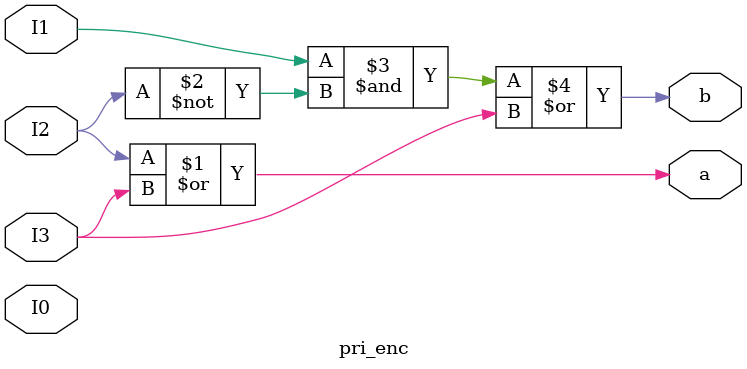
<source format=sv>
module pri_enc(input I0,I1,I2,I3, output a,b); 
assign a=(I2|I3); 
assign b=(I1&(~I2))|I3; 
endmodule
</source>
